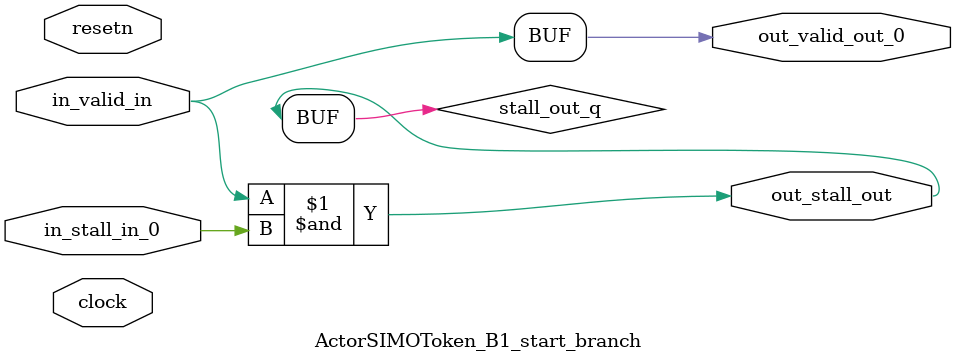
<source format=sv>



(* altera_attribute = "-name AUTO_SHIFT_REGISTER_RECOGNITION OFF; -name MESSAGE_DISABLE 10036; -name MESSAGE_DISABLE 10037; -name MESSAGE_DISABLE 14130; -name MESSAGE_DISABLE 14320; -name MESSAGE_DISABLE 15400; -name MESSAGE_DISABLE 14130; -name MESSAGE_DISABLE 10036; -name MESSAGE_DISABLE 12020; -name MESSAGE_DISABLE 12030; -name MESSAGE_DISABLE 12010; -name MESSAGE_DISABLE 12110; -name MESSAGE_DISABLE 14320; -name MESSAGE_DISABLE 13410; -name MESSAGE_DISABLE 113007; -name MESSAGE_DISABLE 10958" *)
module ActorSIMOToken_B1_start_branch (
    input wire [0:0] in_stall_in_0,
    input wire [0:0] in_valid_in,
    output wire [0:0] out_stall_out,
    output wire [0:0] out_valid_out_0,
    input wire clock,
    input wire resetn
    );

    wire [0:0] stall_out_q;


    // stall_out(LOGICAL,6)
    assign stall_out_q = in_valid_in & in_stall_in_0;

    // out_stall_out(GPOUT,4)
    assign out_stall_out = stall_out_q;

    // out_valid_out_0(GPOUT,5)
    assign out_valid_out_0 = in_valid_in;

endmodule

</source>
